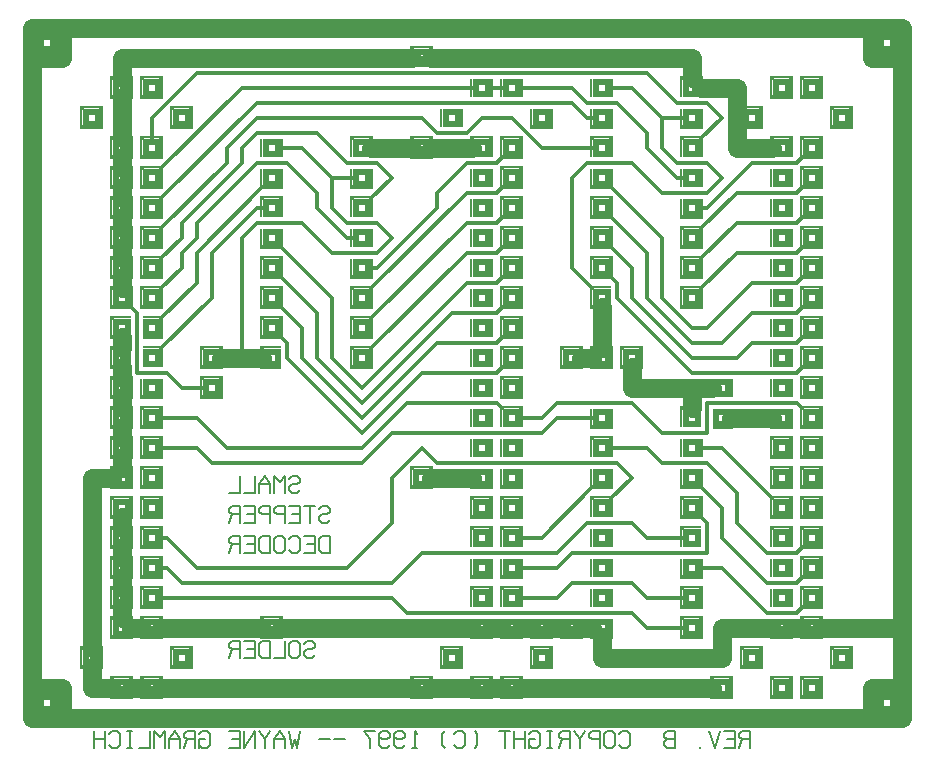
<source format=gbl>
%MOIN*%
%FSLAX23Y23*%
%ADD10C,.012*%
%ADD11C,.062*%
%ADD12C,.050X.024*%
%ADD13R,.062X.062X.024*%
%ADD14C,.016*%
%ADD15R,.008X.062*%
%ADD16R,.062X.008*%
%ADD17C,.008*%
%LPD*%
G90*X0Y0D02*X150Y150D02*D11*X50D01*Y250D01*       
X150D01*Y150D01*X2850D01*X2950D01*Y250D01*        
X2850D01*Y150D01*D13*X2900Y200D03*X2950Y250D02*   
D11*Y450D01*X2681D01*D13*X2650D03*D14*            
X2681Y481D03*Y419D03*X2619Y481D03*Y419D03*D15*    
X2685Y450D03*X2615D03*D16*X2650Y485D03*Y415D03*   
X2619Y450D02*D11*X2581D01*D13*X2550D03*D14*       
X2581Y419D03*X2519D03*D15*X2585Y450D03*X2515D03*  
D16*X2550Y415D03*X2519Y450D02*D11*X2350D01*       
Y350D01*X1950D01*Y419D01*D13*Y450D03*D14*         
X1981Y419D03*X1919D03*D15*X1985Y450D03*X1915D03*  
D16*X1950Y415D03*X1919Y450D02*D11*X1881D01*D13*   
X1850D03*D14*X1881Y419D03*X1819D03*D15*           
X1885Y450D03*X1815D03*D16*X1850Y415D03*           
X1819Y450D02*D11*X1781D01*D13*X1750D03*D14*       
X1781Y419D03*X1719D03*D15*X1785Y450D03*X1715D03*  
D16*X1750Y415D03*X1719Y450D02*D11*X1681D01*D13*   
X1650D03*D14*X1681Y419D03*X1619D03*D15*           
X1685Y450D03*X1615D03*D16*X1650Y415D03*           
X1619Y450D02*D11*X1581D01*D13*X1550D03*D14*       
X1581Y419D03*X1519D03*D15*X1585Y450D03*X1515D03*  
D16*X1550Y415D03*X1519Y450D02*D11*X881D01*D13*    
X850D03*D14*X881Y481D03*Y419D03*X819Y481D03*      
Y419D03*D15*X885Y450D03*X815D03*D16*X850Y485D03*  
Y415D03*X819Y450D02*D11*X481D01*D13*X450D03*D14*  
X481Y481D03*Y419D03*X419Y481D03*Y419D03*D15*      
X485Y450D03*X415D03*D16*X450Y485D03*Y415D03*      
X419Y450D02*D11*X381D01*D13*X350D03*D14*          
X381Y481D03*Y419D03*X319Y481D03*Y419D03*D15*      
X385Y450D03*X315D03*D16*X350Y485D03*Y415D03*      
Y481D02*D11*Y519D01*D13*Y550D03*D14*X381Y581D03*  
Y519D03*X319Y581D03*Y519D03*D15*X385Y550D03*      
X315D03*D16*X350Y585D03*Y515D03*Y581D02*D11*      
Y619D01*D13*Y650D03*D14*X381Y681D03*Y619D03*      
X319Y681D03*Y619D03*D15*X385Y650D03*X315D03*D16*  
X350Y685D03*Y615D03*Y681D02*D11*Y719D01*D13*      
Y750D03*D14*X381Y781D03*Y719D03*X319Y781D03*      
Y719D03*D15*X385Y750D03*X315D03*D16*X350Y785D03*  
Y715D03*Y781D02*D11*Y819D01*D13*Y850D03*D14*      
X381Y881D03*Y819D03*X319Y881D03*Y819D03*D15*      
X385Y850D03*X315D03*D16*X350Y885D03*Y815D03*D13*  
X450Y750D03*D14*X481Y781D03*Y719D03*X419Y781D03*  
Y719D03*D15*X485Y750D03*X415D03*D16*X450Y785D03*  
Y715D03*X481Y750D02*D10*X500D01*X600Y650D01*      
X1100D01*X1250Y800D01*Y950D01*X1350Y1050D01*      
X1400Y1000D01*X2000D01*X2050Y950D01*X1981Y881D01* 
D13*X1950Y850D03*D14*X1981Y881D03*X1919D03*D15*   
X1985Y850D03*X1915D03*D16*X1950Y885D03*           
X1900Y800D02*D10*X1800Y700D01*X1350D01*           
X1250Y600D01*X550D01*X500Y650D01*X481D01*D13*     
X450D03*D14*X481Y681D03*Y619D03*X419Y681D03*      
Y619D03*D15*X485Y650D03*X415D03*D16*X450Y685D03*  
Y615D03*D13*Y550D03*D14*X481Y581D03*Y519D03*      
X419Y581D03*Y519D03*D15*X485Y550D03*X415D03*D16*  
X450Y585D03*Y515D03*X481Y550D02*D10*X1250D01*     
X1300Y500D01*X2050D01*X2100Y450D01*X2219D01*D13*  
X2250D03*D14*X2281Y481D03*Y419D03*X2219Y481D03*   
Y419D03*D15*X2285Y450D03*X2215D03*D16*            
X2250Y485D03*Y415D03*D13*Y550D03*D14*X2281Y581D03*
Y519D03*X2219Y581D03*Y519D03*D15*X2285Y550D03*    
X2215D03*D16*X2250Y585D03*Y515D03*X2219Y550D02*   
D10*X2100D01*X2050Y600D01*X1850D01*X1800Y550D01*  
X1681D01*D13*X1650D03*D14*X1681Y581D03*X1619D03*  
D15*X1685Y550D03*X1615D03*D16*X1650Y585D03*D13*   
X1550Y650D03*D14*X1581Y619D03*X1519D03*D15*       
X1585Y650D03*X1515D03*D16*X1550Y615D03*D13*       
X1650Y650D03*D14*X1681Y619D03*X1619D03*D15*       
X1685Y650D03*X1615D03*D16*X1650Y615D03*           
X1681Y650D02*D10*X1800D01*X1850Y700D01*X2300D01*  
Y800D01*X2281Y819D01*D13*X2250Y850D03*D14*        
X2281Y881D03*Y819D03*X2219Y881D03*Y819D03*D15*    
X2285Y850D03*X2215D03*D16*X2250Y885D03*Y815D03*   
X2350Y750D02*D10*X2500Y600D01*X2600D01*           
X2619Y619D01*D13*X2650Y650D03*D14*X2681Y681D03*   
Y619D03*X2619Y681D03*Y619D03*D15*X2685Y650D03*    
X2615D03*D16*X2650Y685D03*Y615D03*X2600Y700D02*   
D10*X2500D01*X2400Y800D01*Y900D01*X2300Y1000D01*  
X2150D01*X2100Y1050D01*X1981D01*D13*X1950D03*D14* 
X1981Y1081D03*X1919D03*D15*X1985Y1050D03*X1915D03*
D16*X1950Y1085D03*D13*Y1150D03*D14*X1981Y1119D03* 
X1919D03*D15*X1985Y1150D03*X1915D03*D16*          
X1950Y1115D03*X1919Y1150D02*D10*X1800D01*         
X1750Y1100D01*X1250D01*X1150Y1000D01*X650D01*     
X600Y1050D01*X481D01*D13*X450D03*D14*X481Y1081D03*
Y1019D03*X419Y1081D03*Y1019D03*D15*X485Y1050D03*  
X415D03*D16*X450Y1085D03*Y1015D03*D13*            
X350Y1150D03*D14*X381Y1181D03*Y1119D03*           
X319Y1181D03*Y1119D03*D15*X385Y1150D03*X315D03*   
D16*X350Y1185D03*Y1115D03*Y1119D02*D11*Y1081D01*  
D13*Y1050D03*D14*X381Y1081D03*Y1019D03*           
X319Y1081D03*Y1019D03*D15*X385Y1050D03*X315D03*   
D16*X350Y1085D03*Y1015D03*Y1019D02*D11*Y981D01*   
D13*Y950D03*D14*X381Y981D03*Y919D03*X319Y981D03*  
Y919D03*D15*X385Y950D03*X315D03*D16*X350Y985D03*  
Y915D03*X319Y950D02*D11*X250D01*Y381D01*D13*      
Y350D03*D14*X281Y381D03*Y319D03*X219Y381D03*      
Y319D03*D15*X285Y350D03*X215D03*D16*X250Y385D03*  
Y315D03*Y319D02*D11*Y250D01*X319D01*D13*X350D03*  
D14*X381Y281D03*Y219D03*X319Y281D03*Y219D03*D15*  
X385Y250D03*X315D03*D16*X350Y285D03*Y215D03*      
X381Y250D02*D11*X419D01*D13*X450D03*D14*          
X481Y281D03*Y219D03*X419Y281D03*Y219D03*D15*      
X485Y250D03*X415D03*D16*X450Y285D03*Y215D03*      
X481Y250D02*D11*X1319D01*D13*X1350D03*D14*        
X1381Y281D03*Y219D03*X1319Y281D03*Y219D03*D15*    
X1385Y250D03*X1315D03*D16*X1350Y285D03*Y215D03*   
X1381Y250D02*D11*X1519D01*D13*X1550D03*D14*       
X1581Y281D03*Y219D03*X1519Y281D03*Y219D03*D15*    
X1585Y250D03*X1515D03*D16*X1550Y285D03*Y215D03*   
X1581Y250D02*D11*X1619D01*D13*X1650D03*D14*       
X1681Y281D03*Y219D03*X1619Y281D03*Y219D03*D15*    
X1685Y250D03*X1615D03*D16*X1650Y285D03*Y215D03*   
X1681Y250D02*D11*X2319D01*D13*X2350D03*D14*       
X2381Y281D03*Y219D03*X2319Y281D03*Y219D03*D15*    
X2385Y250D03*X2315D03*D16*X2350Y285D03*Y215D03*   
D13*X2450Y350D03*D14*X2481Y381D03*Y319D03*        
X2419Y381D03*Y319D03*D15*X2485Y350D03*X2415D03*   
D16*X2450Y385D03*Y315D03*X2445Y50D02*D17*Y104D01* 
X2418D01*X2409Y95D01*Y86D01*X2418Y77D01*X2445D01* 
X2418D02*X2409Y50D01*X2359D02*X2395D01*Y104D01*   
X2359D01*X2395Y77D02*X2368D01*X2345Y104D02*       
X2327Y50D01*X2309Y104D01*X2277Y50D03*X2195D02*    
Y104D01*X2168D01*X2159Y95D01*Y86D01*X2168Y77D01*  
X2159Y68D01*Y59D01*X2168Y50D01*X2195D01*Y77D02*   
X2168D01*D13*X2550Y250D03*D14*X2581Y281D03*       
Y219D03*X2519Y281D03*Y219D03*D15*X2585Y250D03*    
X2515D03*D16*X2550Y285D03*Y215D03*X2600Y500D02*   
D10*X2500D01*X2350Y650D01*X2281D01*D13*X2250D03*  
D14*X2281Y619D03*X2219D03*D15*X2285Y650D03*       
X2215D03*D16*X2250Y615D03*X2350Y750D02*D10*       
Y850D01*X2281Y919D01*D13*X2250Y950D03*D14*        
X2281Y919D03*X2219D03*D15*X2285Y950D03*X2215D03*  
D16*X2250Y915D03*X2350Y1050D02*D10*X2519Y881D01*  
D13*X2550Y850D03*D14*X2581Y881D03*Y819D03*        
X2519Y881D03*Y819D03*D15*X2585Y850D03*X2515D03*   
D16*X2550Y885D03*Y815D03*D13*X2650Y750D03*D14*    
X2681Y781D03*Y719D03*X2619Y781D03*Y719D03*D15*    
X2685Y750D03*X2615D03*D16*X2650Y785D03*Y715D03*   
X2619Y719D02*D10*X2600Y700D01*D13*X2550Y750D03*   
D14*X2581Y781D03*X2519D03*D15*X2585Y750D03*       
X2515D03*D16*X2550Y785D03*D13*Y650D03*D15*        
X2585D03*X2515D03*D13*X2650Y850D03*D14*           
X2681Y881D03*Y819D03*X2619Y881D03*Y819D03*D15*    
X2685Y850D03*X2615D03*D16*X2650Y885D03*Y815D03*   
D13*X2550Y550D03*D15*X2585D03*X2515D03*D13*       
X2650D03*D14*X2681Y581D03*Y519D03*X2619Y581D03*   
Y519D03*D15*X2685Y550D03*X2615D03*D16*            
X2650Y585D03*Y515D03*X2619Y519D02*D10*            
X2600Y500D01*D13*X2750Y350D03*D14*X2781Y381D03*   
Y319D03*X2719Y381D03*Y319D03*D15*X2785Y350D03*    
X2715D03*D16*X2750Y385D03*Y315D03*D13*            
X2650Y250D03*D14*X2681Y281D03*Y219D03*            
X2619Y281D03*Y219D03*D15*X2685Y250D03*X2615D03*   
D16*X2650Y285D03*Y215D03*D13*X2250Y750D03*D14*    
X2219Y781D03*D15*X2215Y750D03*D16*X2250Y785D03*   
X2219Y750D02*D10*X2100D01*X2050Y800D01*X1900D01*  
D13*X1950Y750D03*D15*X1985D03*X1915D03*D13*       
X1950Y950D03*D14*X1981Y919D03*X1919D03*D15*       
X1985Y950D03*X1915D03*D16*X1950Y915D03*           
X1919Y919D02*D10*X1750Y750D01*X1681D01*D13*       
X1650D03*D14*X1681Y781D03*X1619D03*D15*           
X1685Y750D03*X1615D03*D16*X1650Y785D03*D13*       
X1550Y850D03*D14*X1581Y881D03*Y819D03*            
X1519Y881D03*Y819D03*D15*X1585Y850D03*X1515D03*   
D16*X1550Y885D03*Y815D03*D13*X1650Y850D03*D14*    
X1681Y881D03*Y819D03*X1619Y881D03*Y819D03*D15*    
X1685Y850D03*X1615D03*D16*X1650Y885D03*Y815D03*   
D13*X1550Y750D03*D14*X1581Y781D03*X1519D03*D15*   
X1585Y750D03*X1515D03*D16*X1550Y785D03*D13*       
Y550D03*D14*X1581Y581D03*X1519D03*D15*            
X1585Y550D03*X1515D03*D16*X1550Y585D03*D13*       
X1650Y950D03*D14*X1681Y919D03*X1619D03*D15*       
X1685Y950D03*X1615D03*D16*X1650Y915D03*D13*       
X1550Y950D03*D14*X1581Y919D03*X1519D03*D15*       
X1585Y950D03*X1515D03*D16*X1550Y915D03*           
X1519Y950D02*D11*X1381D01*D13*X1350D03*D14*       
X1381Y981D03*Y919D03*X1319Y981D03*Y919D03*D15*    
X1385Y950D03*X1315D03*D16*X1350Y985D03*Y915D03*   
D13*X1550Y1150D03*D15*X1585D03*X1515D03*X1150D02* 
D10*X1400Y1400D01*X1600D01*X1619Y1419D01*D13*     
X1650Y1450D03*D14*X1681Y1481D03*Y1419D03*         
X1619Y1481D03*Y1419D03*D15*X1685Y1450D03*X1615D03*
D16*X1650Y1485D03*Y1415D03*X1600Y1500D02*D10*     
X1450D01*X1150Y1200D01*X1000Y1350D01*Y1500D01*    
X881Y1619D01*D13*X850Y1650D03*D14*X881Y1681D03*   
Y1619D03*X819Y1681D03*Y1619D03*D15*X885Y1650D03*  
X815D03*D16*X850Y1685D03*Y1615D03*X750Y1750D02*   
D10*Y1350D01*D11*X681D01*D13*X650D03*D14*         
X681Y1381D03*Y1319D03*X619Y1381D03*Y1319D03*D15*  
X685Y1350D03*X615D03*D16*X650Y1385D03*Y1315D03*   
X550Y1250D02*D10*X619D01*D13*X650D03*D14*         
X681Y1281D03*Y1219D03*X619Y1281D03*Y1219D03*D15*  
X685Y1250D03*X615D03*D16*X650Y1285D03*Y1215D03*   
X750Y1350D02*D11*X819D01*D13*X850D03*D14*         
X819Y1381D03*Y1319D03*D15*X815Y1350D03*D16*       
X850Y1385D03*Y1315D03*X900Y1400D02*D10*Y1350D01*  
X1150Y1100D01*X1350Y1300D01*X1600D01*             
X1619Y1319D01*D13*X1650Y1350D03*D14*X1681Y1381D03*
Y1319D03*X1619Y1381D03*Y1319D03*D15*X1685Y1350D03*
X1615D03*D16*X1650Y1385D03*Y1315D03*D13*          
X1550Y1450D03*D15*X1585D03*X1515D03*D13*          
X1550Y1250D03*D15*X1585D03*X1515D03*D13*          
X1550Y1350D03*D15*X1585D03*X1515D03*D13*          
X1650Y1250D03*D14*X1681Y1281D03*Y1219D03*         
X1619Y1281D03*Y1219D03*D15*X1685Y1250D03*X1615D03*
D16*X1650Y1285D03*Y1215D03*X1800Y1200D02*D10*     
X1750Y1150D01*X1681D01*D13*X1650D03*D14*          
X1681Y1181D03*X1619D03*D15*X1685Y1150D03*X1615D03*
D16*X1650Y1185D03*X1619Y1181D02*D10*X1600Y1200D01*
X1300D01*X1150Y1050D01*X700D01*X600Y1150D01*      
X481D01*D13*X450D03*D14*X481Y1181D03*Y1119D03*    
X419Y1181D03*Y1119D03*D15*X485Y1150D03*X415D03*   
D16*X450Y1185D03*Y1115D03*X550Y1250D02*D10*       
X500Y1300D01*X400D01*Y1500D01*X381Y1519D01*D13*   
X350Y1550D03*D14*X381Y1581D03*Y1519D03*           
X319Y1581D03*Y1519D03*D15*X385Y1550D03*X315D03*   
D16*X350Y1585D03*Y1515D03*Y1581D02*D11*Y1619D01*  
D13*Y1650D03*D14*X381Y1681D03*Y1619D03*           
X319Y1681D03*Y1619D03*D15*X385Y1650D03*X315D03*   
D16*X350Y1685D03*Y1615D03*Y1681D02*D11*Y1719D01*  
D13*Y1750D03*D14*X381Y1781D03*Y1719D03*           
X319Y1781D03*Y1719D03*D15*X385Y1750D03*X315D03*   
D16*X350Y1785D03*Y1715D03*Y1781D02*D11*Y1819D01*  
D13*Y1850D03*D14*X381Y1881D03*Y1819D03*           
X319Y1881D03*Y1819D03*D15*X385Y1850D03*X315D03*   
D16*X350Y1885D03*Y1815D03*Y1881D02*D11*Y1919D01*  
D13*Y1950D03*D14*X381Y1981D03*Y1919D03*           
X319Y1981D03*Y1919D03*D15*X385Y1950D03*X315D03*   
D16*X350Y1985D03*Y1915D03*Y1981D02*D11*Y2019D01*  
D13*Y2050D03*D14*X381Y2081D03*Y2019D03*           
X319Y2081D03*Y2019D03*D15*X385Y2050D03*X315D03*   
D16*X350Y2085D03*Y2015D03*Y2081D02*D11*Y2219D01*  
D13*Y2250D03*D14*X381Y2281D03*Y2219D03*           
X319Y2281D03*Y2219D03*D15*X385Y2250D03*X315D03*   
D16*X350Y2285D03*Y2215D03*Y2281D02*D11*Y2350D01*  
X1319D01*D13*X1350D03*D14*X1381Y2381D03*X1319D03* 
D15*X1385Y2350D03*X1315D03*D16*X1350Y2385D03*     
X1381Y2350D02*D11*X2250D01*Y2281D01*D13*Y2250D03* 
D14*X2281Y2281D03*X2219D03*D15*X2285Y2250D03*     
X2215D03*D16*X2250Y2285D03*X2281Y2250D02*D11*     
X2400D01*Y2050D01*X2519D01*D13*X2550D03*D14*      
X2581Y2081D03*X2519D03*D15*X2585Y2050D03*X2515D03*
D16*X2550Y2085D03*X2600Y2000D02*D10*X2450D01*     
X2300Y1850D01*X2281D01*D13*X2250D03*D14*          
X2281Y1819D03*X2219D03*D15*X2285Y1850D03*X2215D03*
D16*X2250Y1815D03*X2300Y1900D02*D10*X2150D01*     
X2050Y2000D01*X1900D01*X1850Y1950D01*Y1650D01*    
X1919Y1581D01*D13*X1950Y1550D03*D14*X1919Y1581D03*
Y1519D03*D15*X1915Y1550D03*D16*X1950Y1585D03*     
Y1515D03*Y1519D02*D11*Y1381D01*D13*Y1350D03*D14*  
X1981Y1381D03*Y1319D03*X1919Y1381D03*Y1319D03*D15*
X1985Y1350D03*X1915D03*D16*X1950Y1385D03*Y1315D03*
X1919Y1350D02*D11*X1881D01*D13*X1850D03*D14*      
X1881Y1381D03*Y1319D03*X1819Y1381D03*Y1319D03*D15*
X1885Y1350D03*X1815D03*D16*X1850Y1385D03*Y1315D03*
X1800Y1200D02*D10*X2050D01*X2150Y1100D01*X2300D01*
Y1200D01*X2600D01*X2619Y1181D01*D13*X2650Y1150D03*
D14*X2681Y1181D03*Y1119D03*X2619Y1181D03*Y1119D03*
D15*X2685Y1150D03*X2615D03*D16*X2650Y1185D03*     
Y1115D03*D13*X2550Y1250D03*D15*X2585D03*X2515D03* 
D13*X2550Y1050D03*D14*X2581Y1081D03*Y1019D03*     
X2519Y1081D03*Y1019D03*D15*X2585Y1050D03*X2515D03*
D16*X2550Y1085D03*Y1015D03*D13*X2650Y1250D03*D14* 
X2681Y1281D03*Y1219D03*X2619Y1281D03*Y1219D03*D15*
X2685Y1250D03*X2615D03*D16*X2650Y1285D03*Y1215D03*
D13*X2550Y1150D03*D14*X2581Y1119D03*X2519D03*D15* 
X2585Y1150D03*X2515D03*D16*X2550Y1115D03*         
X2519Y1150D02*D11*X2381D01*D13*X2350D03*D14*      
X2381Y1119D03*D15*X2385Y1150D03*D16*X2350Y1115D03*
X2250Y1250D02*D11*Y1181D01*D13*Y1150D03*D14*      
X2219Y1181D03*D15*X2215Y1150D03*D16*X2250Y1185D03*
X2350Y1050D02*D10*X2281D01*D13*X2250D03*D15*      
X2285D03*X2215D03*X2050Y1250D02*D11*X2250D01*     
X2319D01*D13*X2350D03*D15*X2385D03*X2315D03*      
X2250Y1350D02*D10*X2400D01*X2450Y1400D01*X2600D01*
X2619Y1419D01*D13*X2650Y1450D03*D14*X2681Y1481D03*
Y1419D03*X2619Y1481D03*Y1419D03*D15*X2685Y1450D03*
X2615D03*D16*X2650Y1485D03*Y1415D03*X2600Y1500D02*
D10*X2450D01*X2350Y1400D01*X2250D01*X2100Y1550D01*
Y1700D01*X1981Y1819D01*D13*X1950Y1850D03*D14*     
X1981Y1881D03*Y1819D03*X1919Y1881D03*Y1819D03*D15*
X1985Y1850D03*X1915D03*D16*X1950Y1885D03*Y1815D03*
D13*Y1950D03*D14*X1981Y1919D03*X1919D03*D15*      
X1985Y1950D03*X1915D03*D16*X1950Y1915D03*         
X1981Y1919D02*D10*X2150Y1750D01*Y1550D01*         
X2250Y1450D01*X2300D01*X2450Y1600D01*X2600D01*    
X2619Y1619D01*D13*X2650Y1650D03*D14*X2681Y1681D03*
Y1619D03*X2619Y1681D03*Y1619D03*D15*X2685Y1650D03*
X2615D03*D16*X2650Y1685D03*Y1615D03*X2600Y1700D02*
D10*X2400D01*X2281Y1581D01*D13*X2250Y1550D03*D14* 
X2281Y1581D03*Y1519D03*X2219Y1581D03*Y1519D03*D15*
X2285Y1550D03*X2215D03*D16*X2250Y1585D03*Y1515D03*
D13*Y1650D03*D14*X2281Y1681D03*Y1619D03*          
X2219Y1681D03*Y1619D03*D15*X2285Y1650D03*X2215D03*
D16*X2250Y1685D03*Y1615D03*X2281Y1681D02*D10*     
X2400Y1800D01*X2600D01*X2619Y1819D01*D13*         
X2650Y1850D03*D14*X2681Y1881D03*Y1819D03*         
X2619Y1881D03*Y1819D03*D15*X2685Y1850D03*X2615D03*
D16*X2650Y1885D03*Y1815D03*X2600Y1900D02*D10*     
X2400D01*X2281Y1781D01*D13*X2250Y1750D03*D14*     
X2281Y1781D03*Y1719D03*X2219Y1781D03*Y1719D03*D15*
X2285Y1750D03*X2215D03*D16*X2250Y1785D03*Y1715D03*
X2300Y1900D02*D10*X2350Y1950D01*X2300Y2000D01*    
X2200D01*X2150Y2050D01*Y2150D01*X2219D01*D13*     
X2250D03*D14*X2281Y2119D03*X2219D03*D15*          
X2285Y2150D03*X2215D03*D16*X2250Y2115D03*         
X2300Y2200D02*D10*X2350Y2150D01*X2281Y2081D01*D13*
X2250Y2050D03*D14*X2281Y2081D03*X2219D03*D15*     
X2285Y2050D03*X2215D03*D16*X2250Y2085D03*         
X2150Y2150D02*D10*X2050Y2250D01*X1981D01*D13*     
X1950D03*D15*X1985D03*X1915D03*X2000Y2200D02*D10* 
X2100Y2100D01*Y2050D01*X2200Y1950D01*X2219D01*D13*
X2250D03*D15*X2285D03*X2215D03*D13*X2450Y2150D03* 
D14*X2481Y2181D03*Y2119D03*D15*X2485Y2150D03*D16* 
X2450Y2185D03*Y2115D03*X2000Y2200D02*D10*X1900D01*
X1850Y2250D01*X1681D01*D13*X1650D03*D15*X1685D03* 
X1615D03*X1619D02*D10*X1581D01*D13*X1550D03*D15*  
X1585D03*X1515D03*X1519D02*D10*X750D01*           
X481Y1981D01*D13*X450Y1950D03*D14*X481Y1981D03*   
Y1919D03*X419Y1981D03*Y1919D03*D15*X485Y1950D03*  
X415D03*D16*X450Y1985D03*Y1915D03*D13*Y2050D03*   
D14*X481Y2081D03*Y2019D03*X419Y2081D03*Y2019D03*  
D15*X485Y2050D03*X415D03*D16*X450Y2085D03*        
Y2015D03*Y2081D02*D10*Y2150D01*X600Y2300D01*      
X2100D01*X2200Y2200D01*X2300D01*D13*X2550Y1950D03*
D15*X2585D03*X2515D03*D13*X2550Y2250D03*D14*      
X2581Y2281D03*Y2219D03*X2519Y2281D03*Y2219D03*D15*
X2585Y2250D03*X2515D03*D16*X2550Y2285D03*Y2215D03*
X2600Y1900D02*D10*X2619Y1919D01*D13*X2650Y1950D03*
D14*X2681Y1981D03*Y1919D03*X2619Y1981D03*Y1919D03*
D15*X2685Y1950D03*X2615D03*D16*X2650Y1985D03*     
Y1915D03*X2600Y2000D02*D10*X2619Y2019D01*D13*     
X2650Y2050D03*D14*X2681Y2081D03*Y2019D03*         
X2619Y2081D03*Y2019D03*D15*X2685Y2050D03*X2615D03*
D16*X2650Y2085D03*Y2015D03*D13*X2750Y2150D03*D14* 
X2781Y2181D03*Y2119D03*X2719Y2181D03*Y2119D03*D15*
X2785Y2150D03*X2715D03*D16*X2750Y2185D03*Y2115D03*
D13*X2550Y1850D03*D15*X2585D03*X2515D03*D13*      
X2650Y2250D03*D14*X2681Y2281D03*Y2219D03*         
X2619Y2281D03*Y2219D03*D15*X2685Y2250D03*X2615D03*
D16*X2650Y2285D03*Y2215D03*X2950Y2350D02*D11*     
Y450D01*D13*X2650Y950D03*D14*X2681Y981D03*Y919D03*
X2619Y981D03*Y919D03*D15*X2685Y950D03*X2615D03*   
D16*X2650Y985D03*Y915D03*D13*X2550Y950D03*D14*    
X2581Y981D03*Y919D03*X2519Y981D03*Y919D03*D15*    
X2585Y950D03*X2515D03*D16*X2550Y985D03*Y915D03*   
D13*X2650Y1050D03*D14*X2681Y1081D03*Y1019D03*     
X2619Y1081D03*Y1019D03*D15*X2685Y1050D03*X2615D03*
D16*X2650Y1085D03*Y1015D03*X2445Y50D02*D17*       
Y104D01*X2418D01*X2409Y95D01*Y86D01*X2418Y77D01*  
X2445D01*X2418D02*X2409Y50D01*X2359D02*X2395D01*  
Y104D01*X2359D01*X2395Y77D02*X2368D01*            
X2345Y104D02*X2327Y50D01*X2309Y104D01*X2277Y50D03*
X2195D02*Y104D01*X2168D01*X2159Y95D01*Y86D01*     
X2168Y77D01*X2159Y68D01*Y59D01*X2168Y50D01*       
X2195D01*Y77D02*X2168D01*X2600Y1300D02*D10*       
X2250D01*X2000Y1550D01*Y1600D01*X1981Y1619D01*D13*
X1950Y1650D03*D14*X1981Y1681D03*Y1619D03*         
X1919Y1681D03*Y1619D03*D15*X1985Y1650D03*X1915D03*
D16*X1950Y1685D03*Y1615D03*X2050Y1550D02*D10*     
X2250Y1350D01*X2050Y1550D02*Y1650D01*             
X1981Y1719D01*D13*X1950Y1750D03*D14*X1981Y1781D03*
Y1719D03*X1919Y1781D03*Y1719D03*D15*X1985Y1750D03*
X1915D03*D16*X1950Y1785D03*Y1715D03*D13*          
X1650Y2050D03*D14*X1681Y2081D03*Y2019D03*         
X1619Y2081D03*Y2019D03*D15*X1685Y2050D03*X1615D03*
D16*X1650Y2085D03*Y2015D03*X1619Y2019D02*D10*     
X1600Y2000D01*X1500D01*X1400Y1900D01*Y1850D01*    
X1200Y1650D01*X1181D01*D13*X1150D03*D14*          
X1181Y1619D03*X1119D03*D15*X1185Y1650D03*X1115D03*
D16*X1150Y1615D03*X1200Y1700D02*D10*X1050D01*     
X950Y1800D01*X800D01*X750Y1750D01*D13*            
X850Y1850D03*D14*X881Y1881D03*X819D03*D15*        
X885Y1850D03*X815D03*D16*X850Y1885D03*            
X819Y1850D02*D10*X800D01*X650Y1700D01*Y1550D01*   
X481Y1381D01*D13*X450Y1350D03*D14*X481Y1381D03*   
D15*X485Y1350D03*D16*X450Y1385D03*D13*            
X350Y1450D03*D14*X319Y1481D03*Y1419D03*D15*       
X315Y1450D03*D16*X350Y1485D03*Y1415D03*Y1419D02*  
D11*Y1381D01*D13*Y1350D03*D14*X319Y1381D03*       
Y1319D03*D15*X315Y1350D03*D16*X350Y1385D03*       
Y1315D03*Y1319D02*D11*Y1281D01*D13*Y1250D03*D14*  
X381Y1281D03*Y1219D03*X319Y1281D03*Y1219D03*D15*  
X385Y1250D03*X315D03*D16*X350Y1285D03*Y1215D03*   
Y1219D02*D11*Y1181D01*D13*X450Y1250D03*D14*       
X481Y1219D03*X419D03*D15*X485Y1250D03*X415D03*D16*
X450Y1215D03*D13*Y950D03*D14*X481Y981D03*Y919D03* 
X419Y981D03*Y919D03*D15*X485Y950D03*X415D03*D16*  
X450Y985D03*Y915D03*D13*Y1450D03*D14*X481Y1481D03*
Y1419D03*D15*X485Y1450D03*D16*X450Y1485D03*       
Y1415D03*X481Y1481D02*D10*X600Y1600D01*Y1700D01*  
X819Y1919D01*D13*X850Y1950D03*D14*X881Y1919D03*   
X819D03*D15*X885Y1950D03*X815D03*D16*X850Y1915D03*
X900Y2000D02*D10*X1000Y1900D01*Y1850D01*          
X1100Y1750D01*X1119D01*D13*X1150D03*D15*X1185D03* 
X1115D03*X1200Y1700D02*D10*X1250Y1750D01*         
X1200Y1800D01*X1100D01*X1050Y1850D01*Y1950D01*    
X1119D01*D13*X1150D03*D14*X1181Y1919D03*X1119D03* 
D15*X1185Y1950D03*X1115D03*D16*X1150Y1915D03*     
X1200Y2000D02*D10*X1250Y1950D01*X1181Y1881D01*D13*
X1150Y1850D03*D14*X1181Y1881D03*X1119D03*D15*     
X1185Y1850D03*X1115D03*D16*X1150Y1885D03*         
X1050Y1950D02*D10*X950Y2050D01*X881D01*D13*       
X850D03*D15*X885D03*X815D03*X900Y2000D02*D10*     
X800D01*X600Y1800D01*Y1750D01*X550Y1700D01*       
Y1650D01*X481Y1581D01*D13*X450Y1550D03*D14*       
X481Y1581D03*Y1519D03*X419Y1581D03*Y1519D03*D15*  
X485Y1550D03*X415D03*D16*X450Y1585D03*Y1515D03*   
D13*Y1650D03*D14*X481Y1681D03*Y1619D03*           
X419Y1681D03*Y1619D03*D15*X485Y1650D03*X415D03*   
D16*X450Y1685D03*Y1615D03*X481Y1681D02*D10*       
X550Y1750D01*Y1800D01*X750Y2000D01*Y2050D01*      
X800Y2100D01*X1000D01*X1100Y2000D01*X1200D01*D13* 
X1150Y2050D03*D14*X1181Y2081D03*X1119D03*D15*     
X1185Y2050D03*X1115D03*D16*X1150Y2085D03*         
X1181Y2050D02*D11*X1319D01*D13*X1350D03*D14*      
X1381Y2081D03*Y2019D03*X1319Y2081D03*Y2019D03*D15*
X1385Y2050D03*X1315D03*D16*X1350Y2085D03*Y2015D03*
X1381Y2050D02*D11*X1519D01*D13*X1550D03*D14*      
X1581Y2081D03*X1519D03*D15*X1585Y2050D03*X1515D03*
D16*X1550Y2085D03*X1500Y2100D02*D10*X1400D01*     
X1350Y2150D01*X800D01*X700Y2050D01*Y2000D01*      
X481Y1781D01*D13*X450Y1750D03*D14*X481Y1781D03*   
Y1719D03*X419Y1781D03*Y1719D03*D15*X485Y1750D03*  
X415D03*D16*X450Y1785D03*Y1715D03*D13*Y1850D03*   
D14*X481Y1881D03*Y1819D03*X419Y1881D03*Y1819D03*  
D15*X485Y1850D03*X415D03*D16*X450Y1885D03*        
Y1815D03*X481Y1881D02*D10*X800Y2200D01*X1850D01*  
X1900Y2150D01*X1919D01*D13*X1950D03*D14*          
X1981Y2119D03*X1919D03*D15*X1985Y2150D03*X1915D03*
D16*X1950Y2115D03*D13*Y2050D03*D14*X1981Y2081D03* 
X1919D03*D15*X1985Y2050D03*X1915D03*D16*          
X1950Y2085D03*X1919Y2050D02*D10*X1750D01*         
X1650Y2150D01*X1550D01*X1500Y2100D01*D13*         
X1450Y2150D03*D15*X1485D03*X1415D03*D13*          
X1650Y1950D03*D14*X1681Y1981D03*Y1919D03*         
X1619Y1981D03*Y1919D03*D15*X1685Y1950D03*X1615D03*
D16*X1650Y1985D03*Y1915D03*X1619Y1919D02*D10*     
X1600Y1900D01*X1500D01*X1181Y1581D01*D13*         
X1150Y1550D03*D14*X1181Y1581D03*Y1519D03*         
X1119Y1581D03*Y1519D03*D15*X1185Y1550D03*X1115D03*
D16*X1150Y1585D03*Y1515D03*X1050Y1550D02*D10*     
Y1350D01*X1150Y1250D01*X1500Y1600D01*X1600D01*    
X1619Y1619D01*D13*X1650Y1650D03*D14*X1681Y1681D03*
Y1619D03*X1619Y1681D03*Y1619D03*D15*X1685Y1650D03*
X1615D03*D16*X1650Y1685D03*Y1615D03*X1600Y1700D02*
D10*X1500D01*X1181Y1381D01*D13*X1150Y1350D03*D14* 
X1181Y1381D03*Y1319D03*X1119Y1381D03*Y1319D03*D15*
X1185Y1350D03*X1115D03*D16*X1150Y1385D03*Y1315D03*
D13*Y1450D03*D14*X1181Y1481D03*Y1419D03*          
X1119Y1481D03*Y1419D03*D15*X1185Y1450D03*X1115D03*
D16*X1150Y1485D03*Y1415D03*X1181Y1481D02*D10*     
X1500Y1800D01*X1600D01*X1619Y1819D01*D13*         
X1650Y1850D03*D14*X1681Y1881D03*Y1819D03*         
X1619Y1881D03*Y1819D03*D15*X1685Y1850D03*X1615D03*
D16*X1650Y1885D03*Y1815D03*D13*X1550Y1950D03*D15* 
X1585D03*X1515D03*D13*X1550Y1750D03*D15*X1585D03* 
X1515D03*D13*X1550Y1850D03*D15*X1585D03*X1515D03* 
D13*X1650Y1750D03*D14*X1681Y1781D03*Y1719D03*     
X1619Y1781D03*Y1719D03*D15*X1685Y1750D03*X1615D03*
D16*X1650Y1785D03*Y1715D03*X1619Y1719D02*D10*     
X1600Y1700D01*D13*X1550Y1650D03*D15*X1585D03*     
X1515D03*D13*X1550Y1550D03*D15*X1585D03*X1515D03* 
D13*X1650D03*D14*X1681Y1581D03*Y1519D03*          
X1619Y1581D03*Y1519D03*D15*X1685Y1550D03*X1615D03*
D16*X1650Y1585D03*Y1515D03*X1619Y1519D02*D10*     
X1600Y1500D01*X2050Y1250D02*D11*Y1319D01*D13*     
Y1350D03*D14*X2081Y1381D03*Y1319D03*X2019Y1381D03*
Y1319D03*D15*X2085Y1350D03*X2015D03*D16*          
X2050Y1385D03*Y1315D03*D13*X1650Y1050D03*D15*     
X1685D03*X1615D03*D13*X2550Y1350D03*D15*X2585D03* 
X2515D03*D13*X2550Y1450D03*D15*X2585D03*X2515D03* 
D13*X2550Y1550D03*D15*X2585D03*X2515D03*D13*      
X2550Y1650D03*D15*X2585D03*X2515D03*D13*          
X1550Y1050D03*D15*X1585D03*X1515D03*D13*          
X2550Y1750D03*D15*X2585D03*X2515D03*X2600Y1300D02*
D10*X2619Y1319D01*D13*X2650Y1350D03*D14*          
X2681Y1381D03*Y1319D03*X2619Y1381D03*Y1319D03*D15*
X2685Y1350D03*X2615D03*D16*X2650Y1385D03*Y1315D03*
X2600Y1500D02*D10*X2619Y1519D01*D13*X2650Y1550D03*
D14*X2681Y1581D03*Y1519D03*X2619Y1581D03*Y1519D03*
D15*X2685Y1550D03*X2615D03*D16*X2650Y1585D03*     
Y1515D03*X2600Y1700D02*D10*X2619Y1719D01*D13*     
X2650Y1750D03*D14*X2681Y1781D03*Y1719D03*         
X2619Y1781D03*Y1719D03*D15*X2685Y1750D03*X2615D03*
D16*X2650Y1785D03*Y1715D03*X2950Y2350D02*D11*     
X2850D01*Y2450D01*X150D01*Y2350D01*X50D01*Y250D01*
D13*X100Y200D03*X2009Y59D02*D17*X2018Y50D01*      
X2036D01*X2045Y59D01*Y95D01*X2036Y104D01*X2018D01*
X2009Y95D01*X1959Y59D02*X1968Y50D01*X1986D01*     
X1995Y59D01*Y95D01*X1986Y104D01*X1968D01*         
X1959Y95D01*Y59D01*X1945Y50D02*Y104D01*X1918D01*  
X1909Y95D01*Y86D01*X1918Y77D01*X1945D01*          
X1895Y104D02*X1877Y77D01*X1859Y104D01*X1877Y77D02*
Y50D01*X1845D02*Y104D01*X1818D01*X1809Y95D01*     
Y86D01*X1818Y77D01*X1845D01*X1818D02*X1809Y50D01* 
X1777D02*Y104D01*X1786Y50D02*X1768D01*            
X1786Y104D02*X1768D01*X1709Y59D02*X1718Y50D01*    
X1736D01*X1745Y59D01*Y95D01*X1736Y104D01*X1718D01*
X1709Y95D01*X1727Y77D02*X1709D01*Y50D01*X1695D02* 
Y104D01*X1659Y50D02*Y104D01*X1695Y77D02*X1659D01* 
X1627Y50D02*Y104D01*X1645D02*X1609D01*X1527D02*   
X1536Y95D01*Y59D01*X1527Y50D01*X1459Y59D02*       
X1468Y50D01*X1486D01*X1495Y59D01*Y95D01*          
X1486Y104D01*X1468D01*X1459Y95D01*X1427Y104D02*   
X1418Y95D01*Y59D01*X1427Y50D01*X1336Y95D02*       
X1327Y104D01*Y50D01*X1336D02*X1318D01*X1259Y86D02*
X1268Y77D01*X1286D01*X1295Y86D01*Y95D01*          
X1286Y104D01*X1268D01*X1259Y95D01*Y59D01*         
X1268Y50D01*X1286D01*X1295Y59D01*X1209Y86D02*     
X1218Y77D01*X1236D01*X1245Y86D01*Y95D01*          
X1236Y104D01*X1218D01*X1209Y95D01*Y59D01*         
X1218Y50D01*X1236D01*X1245Y59D01*X1195Y104D02*    
X1159D01*X1177Y77D01*Y50D01*X1095Y77D02*X1059D01* 
X1045D02*X1009D01*X945Y104D02*X936Y50D01*         
X927Y77D01*X918Y50D01*X909Y104D01*X895Y50D02*     
Y77D01*X877Y104D01*X859Y77D01*Y50D01*X895Y77D02*  
X859D01*X845Y104D02*X827Y77D01*X809Y104D01*       
X827Y77D02*Y50D01*X795D02*Y104D01*X759Y50D01*     
Y104D01*X709Y50D02*X745D01*Y104D01*X709D01*       
X745Y77D02*X718D01*X609Y59D02*X618Y50D01*X636D01* 
X645Y59D01*Y95D01*X636Y104D01*X618D01*X609Y95D01* 
X627Y77D02*X609D01*Y50D01*X595D02*Y104D01*X568D01*
X559Y95D01*Y86D01*X568Y77D01*X595D01*X568D02*     
X559Y50D01*X545D02*Y77D01*X527Y104D01*X509Y77D01* 
Y50D01*X545Y77D02*X509D01*X495Y50D02*Y104D01*     
X477Y86D01*X459Y104D01*Y50D01*X445Y104D02*Y50D01* 
X409D01*X377D02*Y104D01*X386Y50D02*X368D01*       
X386Y104D02*X368D01*X309Y59D02*X318Y50D01*X336D01*
X345Y59D01*Y95D01*X336Y104D01*X318D01*X309Y95D01* 
X295Y50D02*Y104D01*X259Y50D02*Y104D01*X295Y77D02* 
X259D01*D13*X550Y350D03*D14*X581Y381D03*Y319D03*  
X519Y381D03*Y319D03*D15*X585Y350D03*X515D03*D16*  
X550Y385D03*Y315D03*D13*X450Y850D03*D14*          
X481Y881D03*Y819D03*X419Y881D03*Y819D03*D15*      
X485Y850D03*X415D03*D16*X450Y885D03*Y815D03*      
X909Y945D02*D17*X918Y954D01*X936D01*X945Y945D01*  
Y936D01*X936Y927D01*X918D01*X909Y918D01*Y909D01*  
X918Y900D01*X936D01*X945Y909D01*X895Y900D02*      
Y954D01*X877Y936D01*X859Y954D01*Y900D01*X845D02*  
Y927D01*X827Y954D01*X809Y927D01*Y900D01*          
X845Y927D02*X809D01*X795Y954D02*Y900D01*X759D01*  
X745Y954D02*Y900D01*X709D01*X959Y395D02*          
X968Y404D01*X986D01*X995Y395D01*Y386D01*          
X986Y377D01*X968D01*X959Y368D01*Y359D01*          
X968Y350D01*X986D01*X995Y359D01*X909D02*          
X918Y350D01*X936D01*X945Y359D01*Y395D01*          
X936Y404D01*X918D01*X909Y395D01*Y359D01*          
X895Y404D02*Y350D01*X859D01*X845D02*Y404D01*      
X818D01*X809Y395D01*Y359D01*X818Y350D01*X845D01*  
X759D02*X795D01*Y404D01*X759D01*X795Y377D02*      
X768D01*X745Y350D02*Y404D01*X718D01*X709Y395D01*  
Y386D01*X718Y377D01*X745D01*X718D02*X709Y350D01*  
X1045Y700D02*Y754D01*X1018D01*X1009Y745D01*       
Y709D01*X1018Y700D01*X1045D01*X959D02*X995D01*    
Y754D01*X959D01*X995Y727D02*X968D01*X909Y709D02*  
X918Y700D01*X936D01*X945Y709D01*Y745D01*          
X936Y754D01*X918D01*X909Y745D01*X859Y709D02*      
X868Y700D01*X886D01*X895Y709D01*Y745D01*          
X886Y754D01*X868D01*X859Y745D01*Y709D01*          
X845Y700D02*Y754D01*X818D01*X809Y745D01*Y709D01*  
X818Y700D01*X845D01*X759D02*X795D01*Y754D01*      
X759D01*X795Y727D02*X768D01*X745Y700D02*Y754D01*  
X718D01*X709Y745D01*Y736D01*X718Y727D01*X745D01*  
X718D02*X709Y700D01*X1009Y845D02*X1018Y854D01*    
X1036D01*X1045Y845D01*Y836D01*X1036Y827D01*       
X1018D01*X1009Y818D01*Y809D01*X1018Y800D01*       
X1036D01*X1045Y809D01*X977Y800D02*Y854D01*X995D02*
X959D01*X909Y800D02*X945D01*Y854D01*X909D01*      
X945Y827D02*X918D01*X895Y800D02*Y854D01*X868D01*  
X859Y845D01*Y836D01*X868Y827D01*X895D01*          
X845Y800D02*Y854D01*X818D01*X809Y845D01*Y836D01*  
X818Y827D01*X845D01*X759Y800D02*X795D01*Y854D01*  
X759D01*X795Y827D02*X768D01*X745Y800D02*Y854D01*  
X718D01*X709Y845D01*Y836D01*X718Y827D01*X745D01*  
X718D02*X709Y800D01*X950Y1350D02*D10*             
X1150Y1150D01*X950Y1350D02*Y1450D01*X881Y1519D01* 
D13*X850Y1550D03*D14*X881Y1581D03*Y1519D03*       
X819Y1581D03*Y1519D03*D15*X885Y1550D03*X815D03*   
D16*X850Y1585D03*Y1515D03*D13*Y1450D03*D14*       
X881Y1481D03*Y1419D03*X819Y1481D03*Y1419D03*D15*  
X885Y1450D03*X815D03*D16*X850Y1485D03*Y1415D03*   
X881Y1419D02*D10*X900Y1400D01*X1050Y1550D02*      
X881Y1719D01*D13*X850Y1750D03*D14*X881Y1719D03*   
X819D03*D15*X885Y1750D03*X815D03*D16*X850Y1715D03*
D13*X550Y2150D03*D14*X581Y2181D03*Y2119D03*       
X519Y2181D03*Y2119D03*D15*X585Y2150D03*X515D03*   
D16*X550Y2185D03*Y2115D03*D13*X450Y2250D03*D14*   
X481Y2281D03*Y2219D03*X419Y2281D03*Y2219D03*D15*  
X485Y2250D03*X415D03*D16*X450Y2285D03*Y2215D03*   
D13*X250Y2150D03*D14*X281Y2181D03*Y2119D03*       
X219Y2181D03*Y2119D03*D15*X285Y2150D03*X215D03*   
D16*X250Y2185D03*Y2115D03*X150Y2450D02*D11*X50D01*
Y2350D01*D13*X100Y2400D03*X909Y945D02*D17*        
X918Y954D01*X936D01*X945Y945D01*Y936D01*          
X936Y927D01*X918D01*X909Y918D01*Y909D01*          
X918Y900D01*X936D01*X945Y909D01*X895Y900D02*      
Y954D01*X877Y936D01*X859Y954D01*Y900D01*X845D02*  
Y927D01*X827Y954D01*X809Y927D01*Y900D01*          
X845Y927D02*X809D01*X795Y954D02*Y900D01*X759D01*  
X745Y954D02*Y900D01*X709D01*X1009Y845D02*         
X1018Y854D01*X1036D01*X1045Y845D01*Y836D01*       
X1036Y827D01*X1018D01*X1009Y818D01*Y809D01*       
X1018Y800D01*X1036D01*X1045Y809D01*X977Y800D02*   
Y854D01*X995D02*X959D01*X909Y800D02*X945D01*      
Y854D01*X909D01*X945Y827D02*X918D01*X895Y800D02*  
Y854D01*X868D01*X859Y845D01*Y836D01*X868Y827D01*  
X895D01*X845Y800D02*Y854D01*X818D01*X809Y845D01*  
Y836D01*X818Y827D01*X845D01*X759Y800D02*X795D01*  
Y854D01*X759D01*X795Y827D02*X768D01*X745Y800D02*  
Y854D01*X718D01*X709Y845D01*Y836D01*X718Y827D01*  
X745D01*X718D02*X709Y800D01*X1045Y700D02*Y754D01* 
X1018D01*X1009Y745D01*Y709D01*X1018Y700D01*       
X1045D01*X959D02*X995D01*Y754D01*X959D01*         
X995Y727D02*X968D01*X909Y709D02*X918Y700D01*      
X936D01*X945Y709D01*Y745D01*X936Y754D01*X918D01*  
X909Y745D01*X859Y709D02*X868Y700D01*X886D01*      
X895Y709D01*Y745D01*X886Y754D01*X868D01*          
X859Y745D01*Y709D01*X845Y700D02*Y754D01*X818D01*  
X809Y745D01*Y709D01*X818Y700D01*X845D01*X759D02*  
X795D01*Y754D01*X759D01*X795Y727D02*X768D01*      
X745Y700D02*Y754D01*X718D01*X709Y745D01*Y736D01*  
X718Y727D01*X745D01*X718D02*X709Y700D01*D13*      
X1750Y2150D03*D14*X1781Y2119D03*X1719D03*D15*     
X1785Y2150D03*X1715D03*D16*X1750Y2115D03*D13*     
X1950Y550D03*D15*X1985D03*X1915D03*D13*           
X1950Y650D03*D15*X1985D03*X1915D03*X959Y395D02*   
D17*X968Y404D01*X986D01*X995Y395D01*Y386D01*      
X986Y377D01*X968D01*X959Y368D01*Y359D01*          
X968Y350D01*X986D01*X995Y359D01*X909D02*          
X918Y350D01*X936D01*X945Y359D01*Y395D01*          
X936Y404D01*X918D01*X909Y395D01*Y359D01*          
X895Y404D02*Y350D01*X859D01*X845D02*Y404D01*      
X818D01*X809Y395D01*Y359D01*X818Y350D01*X845D01*  
X759D02*X795D01*Y404D01*X759D01*X795Y377D02*      
X768D01*X745Y350D02*Y404D01*X718D01*X709Y395D01*  
Y386D01*X718Y377D01*X745D01*X718D02*X709Y350D01*  
D13*X1450D03*D14*X1481Y381D03*Y319D03*            
X1419Y381D03*Y319D03*D15*X1485Y350D03*X1415D03*   
D16*X1450Y385D03*Y315D03*D13*X1750Y350D03*D14*    
X1781Y381D03*Y319D03*X1719Y381D03*Y319D03*D15*    
X1785Y350D03*X1715D03*D16*X1750Y385D03*Y315D03*   
X2009Y59D02*D17*X2018Y50D01*X2036D01*X2045Y59D01* 
Y95D01*X2036Y104D01*X2018D01*X2009Y95D01*         
X1959Y59D02*X1968Y50D01*X1986D01*X1995Y59D01*     
Y95D01*X1986Y104D01*X1968D01*X1959Y95D01*Y59D01*  
X1945Y50D02*Y104D01*X1918D01*X1909Y95D01*Y86D01*  
X1918Y77D01*X1945D01*X1895Y104D02*X1877Y77D01*    
X1859Y104D01*X1877Y77D02*Y50D01*X1845D02*Y104D01* 
X1818D01*X1809Y95D01*Y86D01*X1818Y77D01*X1845D01* 
X1818D02*X1809Y50D01*X1777D02*Y104D01*X1786Y50D02*
X1768D01*X1786Y104D02*X1768D01*X1709Y59D02*       
X1718Y50D01*X1736D01*X1745Y59D01*Y95D01*          
X1736Y104D01*X1718D01*X1709Y95D01*X1727Y77D02*    
X1709D01*Y50D01*X1695D02*Y104D01*X1659Y50D02*     
Y104D01*X1695Y77D02*X1659D01*X1627Y50D02*Y104D01* 
X1645D02*X1609D01*X1527D02*X1536Y95D01*Y59D01*    
X1527Y50D01*X1459Y59D02*X1468Y50D01*X1486D01*     
X1495Y59D01*Y95D01*X1486Y104D01*X1468D01*         
X1459Y95D01*X1427Y104D02*X1418Y95D01*Y59D01*      
X1427Y50D01*X1336Y95D02*X1327Y104D01*Y50D01*      
X1336D02*X1318D01*X1259Y86D02*X1268Y77D01*        
X1286D01*X1295Y86D01*Y95D01*X1286Y104D01*X1268D01*
X1259Y95D01*Y59D01*X1268Y50D01*X1286D01*          
X1295Y59D01*X1209Y86D02*X1218Y77D01*X1236D01*     
X1245Y86D01*Y95D01*X1236Y104D01*X1218D01*         
X1209Y95D01*Y59D01*X1218Y50D01*X1236D01*          
X1245Y59D01*X1195Y104D02*X1159D01*X1177Y77D01*    
Y50D01*X1095Y77D02*X1059D01*X1045D02*X1009D01*    
X945Y104D02*X936Y50D01*X927Y77D01*X918Y50D01*     
X909Y104D01*X895Y50D02*Y77D01*X877Y104D01*        
X859Y77D01*Y50D01*X895Y77D02*X859D01*X845Y104D02* 
X827Y77D01*X809Y104D01*X827Y77D02*Y50D01*X795D02* 
Y104D01*X759Y50D01*Y104D01*X709Y50D02*X745D01*    
Y104D01*X709D01*X745Y77D02*X718D01*X609Y59D02*    
X618Y50D01*X636D01*X645Y59D01*Y95D01*X636Y104D01* 
X618D01*X609Y95D01*X627Y77D02*X609D01*Y50D01*     
X595D02*Y104D01*X568D01*X559Y95D01*Y86D01*        
X568Y77D01*X595D01*X568D02*X559Y50D01*X545D02*    
Y77D01*X527Y104D01*X509Y77D01*Y50D01*X545Y77D02*  
X509D01*X495Y50D02*Y104D01*X477Y86D01*X459Y104D01*
Y50D01*X445Y104D02*Y50D01*X409D01*X377D02*Y104D01*
X386Y50D02*X368D01*X386Y104D02*X368D01*X309Y59D02*
X318Y50D01*X336D01*X345Y59D01*Y95D01*X336Y104D01* 
X318D01*X309Y95D01*X295Y50D02*Y104D01*X259Y50D02* 
Y104D01*X295Y77D02*X259D01*X2445Y50D02*Y104D01*   
X2418D01*X2409Y95D01*Y86D01*X2418Y77D01*X2445D01* 
X2418D02*X2409Y50D01*X2359D02*X2395D01*Y104D01*   
X2359D01*X2395Y77D02*X2368D01*X2345Y104D02*       
X2327Y50D01*X2309Y104D01*X2277Y50D03*X2195D02*    
Y104D01*X2168D01*X2159Y95D01*Y86D01*X2168Y77D01*  
X2159Y68D01*Y59D01*X2168Y50D01*X2195D01*Y77D02*   
X2168D01*X2850Y2450D02*D11*X2950D01*Y2350D01*D13* 
X2900Y2400D03*X909Y945D02*D17*X918Y954D01*X936D01*
X945Y945D01*Y936D01*X936Y927D01*X918D01*          
X909Y918D01*Y909D01*X918Y900D01*X936D01*          
X945Y909D01*X895Y900D02*Y954D01*X877Y936D01*      
X859Y954D01*Y900D01*X845D02*Y927D01*X827Y954D01*  
X809Y927D01*Y900D01*X845Y927D02*X809D01*          
X795Y954D02*Y900D01*X759D01*X745Y954D02*Y900D01*  
X709D01*X1009Y845D02*X1018Y854D01*X1036D01*       
X1045Y845D01*Y836D01*X1036Y827D01*X1018D01*       
X1009Y818D01*Y809D01*X1018Y800D01*X1036D01*       
X1045Y809D01*X977Y800D02*Y854D01*X995D02*X959D01* 
X909Y800D02*X945D01*Y854D01*X909D01*X945Y827D02*  
X918D01*X895Y800D02*Y854D01*X868D01*X859Y845D01*  
Y836D01*X868Y827D01*X895D01*X845Y800D02*Y854D01*  
X818D01*X809Y845D01*Y836D01*X818Y827D01*X845D01*  
X759Y800D02*X795D01*Y854D01*X759D01*X795Y827D02*  
X768D01*X745Y800D02*Y854D01*X718D01*X709Y845D01*  
Y836D01*X718Y827D01*X745D01*X718D02*X709Y800D01*  
X1045Y700D02*Y754D01*X1018D01*X1009Y745D01*       
Y709D01*X1018Y700D01*X1045D01*X959D02*X995D01*    
Y754D01*X959D01*X995Y727D02*X968D01*X909Y709D02*  
X918Y700D01*X936D01*X945Y709D01*Y745D01*          
X936Y754D01*X918D01*X909Y745D01*X859Y709D02*      
X868Y700D01*X886D01*X895Y709D01*Y745D01*          
X886Y754D01*X868D01*X859Y745D01*Y709D01*          
X845Y700D02*Y754D01*X818D01*X809Y745D01*Y709D01*  
X818Y700D01*X845D01*X759D02*X795D01*Y754D01*      
X759D01*X795Y727D02*X768D01*X745Y700D02*Y754D01*  
X718D01*X709Y745D01*Y736D01*X718Y727D01*X745D01*  
X718D02*X709Y700D01*X959Y395D02*X968Y404D01*      
X986D01*X995Y395D01*Y386D01*X986Y377D01*X968D01*  
X959Y368D01*Y359D01*X968Y350D01*X986D01*          
X995Y359D01*X909D02*X918Y350D01*X936D01*          
X945Y359D01*Y395D01*X936Y404D01*X918D01*          
X909Y395D01*Y359D01*X895Y404D02*Y350D01*X859D01*  
X845D02*Y404D01*X818D01*X809Y395D01*Y359D01*      
X818Y350D01*X845D01*X759D02*X795D01*Y404D01*      
X759D01*X795Y377D02*X768D01*X745Y350D02*Y404D01*  
X718D01*X709Y395D01*Y386D01*X718Y377D01*X745D01*  
X718D02*X709Y350D01*X2445Y50D02*Y104D01*X2418D01* 
X2409Y95D01*Y86D01*X2418Y77D01*X2445D01*X2418D02* 
X2409Y50D01*X2359D02*X2395D01*Y104D01*X2359D01*   
X2395Y77D02*X2368D01*X2345Y104D02*X2327Y50D01*    
X2309Y104D01*X2277Y50D03*X2195D02*Y104D01*        
X2168D01*X2159Y95D01*Y86D01*X2168Y77D01*          
X2159Y68D01*Y59D01*X2168Y50D01*X2195D01*Y77D02*   
X2168D01*X2009Y59D02*X2018Y50D01*X2036D01*        
X2045Y59D01*Y95D01*X2036Y104D01*X2018D01*         
X2009Y95D01*X1959Y59D02*X1968Y50D01*X1986D01*     
X1995Y59D01*Y95D01*X1986Y104D01*X1968D01*         
X1959Y95D01*Y59D01*X1945Y50D02*Y104D01*X1918D01*  
X1909Y95D01*Y86D01*X1918Y77D01*X1945D01*          
X1895Y104D02*X1877Y77D01*X1859Y104D01*X1877Y77D02*
Y50D01*X1845D02*Y104D01*X1818D01*X1809Y95D01*     
Y86D01*X1818Y77D01*X1845D01*X1818D02*X1809Y50D01* 
X1777D02*Y104D01*X1786Y50D02*X1768D01*            
X1786Y104D02*X1768D01*X1709Y59D02*X1718Y50D01*    
X1736D01*X1745Y59D01*Y95D01*X1736Y104D01*X1718D01*
X1709Y95D01*X1727Y77D02*X1709D01*Y50D01*X1695D02* 
Y104D01*X1659Y50D02*Y104D01*X1695Y77D02*X1659D01* 
X1627Y50D02*Y104D01*X1645D02*X1609D01*X1527D02*   
X1536Y95D01*Y59D01*X1527Y50D01*X1459Y59D02*       
X1468Y50D01*X1486D01*X1495Y59D01*Y95D01*          
X1486Y104D01*X1468D01*X1459Y95D01*X1427Y104D02*   
X1418Y95D01*Y59D01*X1427Y50D01*X1336Y95D02*       
X1327Y104D01*Y50D01*X1336D02*X1318D01*X1259Y86D02*
X1268Y77D01*X1286D01*X1295Y86D01*Y95D01*          
X1286Y104D01*X1268D01*X1259Y95D01*Y59D01*         
X1268Y50D01*X1286D01*X1295Y59D01*X1209Y86D02*     
X1218Y77D01*X1236D01*X1245Y86D01*Y95D01*          
X1236Y104D01*X1218D01*X1209Y95D01*Y59D01*         
X1218Y50D01*X1236D01*X1245Y59D01*X1195Y104D02*    
X1159D01*X1177Y77D01*Y50D01*X1095Y77D02*X1059D01* 
X1045D02*X1009D01*X945Y104D02*X936Y50D01*         
X927Y77D01*X918Y50D01*X909Y104D01*X895Y50D02*     
Y77D01*X877Y104D01*X859Y77D01*Y50D01*X895Y77D02*  
X859D01*X845Y104D02*X827Y77D01*X809Y104D01*       
X827Y77D02*Y50D01*X795D02*Y104D01*X759Y50D01*     
Y104D01*X709Y50D02*X745D01*Y104D01*X709D01*       
X745Y77D02*X718D01*X609Y59D02*X618Y50D01*X636D01* 
X645Y59D01*Y95D01*X636Y104D01*X618D01*X609Y95D01* 
X627Y77D02*X609D01*Y50D01*X595D02*Y104D01*X568D01*
X559Y95D01*Y86D01*X568Y77D01*X595D01*X568D02*     
X559Y50D01*X545D02*Y77D01*X527Y104D01*X509Y77D01* 
Y50D01*X545Y77D02*X509D01*X495Y50D02*Y104D01*     
X477Y86D01*X459Y104D01*Y50D01*X445Y104D02*Y50D01* 
X409D01*X377D02*Y104D01*X386Y50D02*X368D01*       
X386Y104D02*X368D01*X309Y59D02*X318Y50D01*X336D01*
X345Y59D01*Y95D01*X336Y104D01*X318D01*X309Y95D01* 
X295Y50D02*Y104D01*X259Y50D02*Y104D01*X295Y77D02* 
X259D01*M02*                                      

</source>
